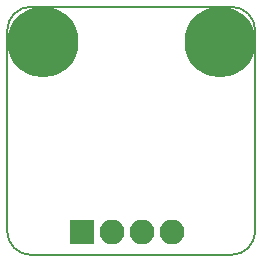
<source format=gbr>
G04 #@! TF.FileFunction,Soldermask,Bot*
%FSLAX46Y46*%
G04 Gerber Fmt 4.6, Leading zero omitted, Abs format (unit mm)*
G04 Created by KiCad (PCBNEW 4.0.5) date Sunday, 09. April 2017 'u35' 15:35:46*
%MOMM*%
%LPD*%
G01*
G04 APERTURE LIST*
%ADD10C,0.100000*%
%ADD11C,0.150000*%
%ADD12C,6.000000*%
%ADD13R,2.100000X2.100000*%
%ADD14O,2.100000X2.100000*%
G04 APERTURE END LIST*
D10*
D11*
X139000000Y-110000000D02*
G75*
G03X141000000Y-108000000I0J2000000D01*
G01*
X120000000Y-108000000D02*
G75*
G03X122000000Y-110000000I2000000J0D01*
G01*
X141000000Y-91000000D02*
G75*
G03X139000000Y-89000000I-2000000J0D01*
G01*
X122000000Y-89000000D02*
G75*
G03X120000000Y-91000000I0J-2000000D01*
G01*
X139000000Y-110000000D02*
X122000000Y-110000000D01*
X141000000Y-91000000D02*
X141000000Y-108000000D01*
X122000000Y-89000000D02*
X139000000Y-89000000D01*
X120000000Y-108000000D02*
X120000000Y-91000000D01*
D12*
X138000000Y-92000000D03*
X123000000Y-92000000D03*
D13*
X126350000Y-108095000D03*
D14*
X128890000Y-108095000D03*
X131430000Y-108095000D03*
X133970000Y-108095000D03*
M02*

</source>
